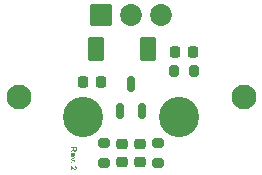
<source format=gbr>
%TF.GenerationSoftware,KiCad,Pcbnew,8.0.2-1*%
%TF.CreationDate,2024-08-24T16:11:16-07:00*%
%TF.ProjectId,HallSwitch,48616c6c-5377-4697-9463-682e6b696361,rev?*%
%TF.SameCoordinates,Original*%
%TF.FileFunction,Soldermask,Top*%
%TF.FilePolarity,Negative*%
%FSLAX46Y46*%
G04 Gerber Fmt 4.6, Leading zero omitted, Abs format (unit mm)*
G04 Created by KiCad (PCBNEW 8.0.2-1) date 2024-08-24 16:11:16*
%MOMM*%
%LPD*%
G01*
G04 APERTURE LIST*
G04 Aperture macros list*
%AMRoundRect*
0 Rectangle with rounded corners*
0 $1 Rounding radius*
0 $2 $3 $4 $5 $6 $7 $8 $9 X,Y pos of 4 corners*
0 Add a 4 corners polygon primitive as box body*
4,1,4,$2,$3,$4,$5,$6,$7,$8,$9,$2,$3,0*
0 Add four circle primitives for the rounded corners*
1,1,$1+$1,$2,$3*
1,1,$1+$1,$4,$5*
1,1,$1+$1,$6,$7*
1,1,$1+$1,$8,$9*
0 Add four rect primitives between the rounded corners*
20,1,$1+$1,$2,$3,$4,$5,0*
20,1,$1+$1,$4,$5,$6,$7,0*
20,1,$1+$1,$6,$7,$8,$9,0*
20,1,$1+$1,$8,$9,$2,$3,0*%
G04 Aperture macros list end*
%ADD10C,0.127000*%
%ADD11RoundRect,0.150000X0.150000X-0.512500X0.150000X0.512500X-0.150000X0.512500X-0.150000X-0.512500X0*%
%ADD12C,2.100000*%
%ADD13RoundRect,0.225000X0.225000X0.250000X-0.225000X0.250000X-0.225000X-0.250000X0.225000X-0.250000X0*%
%ADD14RoundRect,0.218750X0.256250X-0.218750X0.256250X0.218750X-0.256250X0.218750X-0.256250X-0.218750X0*%
%ADD15RoundRect,0.200000X-0.200000X-0.275000X0.200000X-0.275000X0.200000X0.275000X-0.200000X0.275000X0*%
%ADD16RoundRect,0.200000X0.275000X-0.200000X0.275000X0.200000X-0.275000X0.200000X-0.275000X-0.200000X0*%
%ADD17RoundRect,0.250000X-0.450000X-0.800000X0.450000X-0.800000X0.450000X0.800000X-0.450000X0.800000X0*%
%ADD18C,3.403600*%
%ADD19RoundRect,0.102000X-0.825000X-0.825000X0.825000X-0.825000X0.825000X0.825000X-0.825000X0.825000X0*%
%ADD20C,1.854000*%
G04 APERTURE END LIST*
D10*
G36*
X122395513Y-107711739D02*
G01*
X122395024Y-107740915D01*
X122393559Y-107766933D01*
X122390614Y-107793296D01*
X122385620Y-107818162D01*
X122381617Y-107830852D01*
X122369497Y-107854683D01*
X122352246Y-107874995D01*
X122332111Y-107890408D01*
X122308849Y-107902185D01*
X122283576Y-107909601D01*
X122256291Y-107912654D01*
X122250593Y-107912741D01*
X122222769Y-107910624D01*
X122197489Y-107904273D01*
X122174752Y-107893688D01*
X122154559Y-107878869D01*
X122137382Y-107859893D01*
X122123695Y-107836714D01*
X122114581Y-107812985D01*
X122108139Y-107786038D01*
X122106790Y-107777747D01*
X122092772Y-107799386D01*
X122076444Y-107819815D01*
X122063487Y-107832961D01*
X122043026Y-107849763D01*
X122022693Y-107864229D01*
X122001136Y-107878439D01*
X121979861Y-107891773D01*
X121879360Y-107954307D01*
X121879360Y-107830728D01*
X121992888Y-107756034D01*
X122013412Y-107741984D01*
X122036013Y-107726006D01*
X122056609Y-107710460D01*
X122066961Y-107701565D01*
X122082987Y-107681601D01*
X122086462Y-107674020D01*
X122181111Y-107674020D01*
X122181325Y-107699928D01*
X122182114Y-107725192D01*
X122184252Y-107752013D01*
X122187190Y-107766829D01*
X122199884Y-107788437D01*
X122208407Y-107795738D01*
X122232628Y-107805255D01*
X122246002Y-107806285D01*
X122271376Y-107801927D01*
X122286823Y-107792512D01*
X122301216Y-107772134D01*
X122306427Y-107753553D01*
X122307730Y-107728459D01*
X122308081Y-107703302D01*
X122308164Y-107678239D01*
X122308164Y-107597590D01*
X122181111Y-107597590D01*
X122181111Y-107674020D01*
X122086462Y-107674020D01*
X122088054Y-107670546D01*
X122092669Y-107646036D01*
X122093756Y-107620766D01*
X122093762Y-107618559D01*
X122093762Y-107597590D01*
X121879360Y-107597590D01*
X121879360Y-107494359D01*
X122395513Y-107494359D01*
X122395513Y-107711739D01*
G37*
G36*
X122091059Y-107979056D02*
G01*
X122117039Y-107982582D01*
X122145625Y-107989916D01*
X122171384Y-108000635D01*
X122194317Y-108014739D01*
X122208035Y-108026022D01*
X122225871Y-108044974D01*
X122240018Y-108065722D01*
X122250473Y-108088268D01*
X122257239Y-108112611D01*
X122260314Y-108138752D01*
X122260519Y-108147864D01*
X122259183Y-108172836D01*
X122254053Y-108200555D01*
X122245076Y-108225823D01*
X122232252Y-108248640D01*
X122215580Y-108269004D01*
X122205802Y-108278267D01*
X122183237Y-108294469D01*
X122156581Y-108307156D01*
X122131242Y-108315042D01*
X122103061Y-108320487D01*
X122072039Y-108323490D01*
X122045176Y-108324134D01*
X122038176Y-108324051D01*
X122038176Y-108226652D01*
X122101703Y-108226652D01*
X122126445Y-108224081D01*
X122150826Y-108215845D01*
X122166718Y-108204691D01*
X122181985Y-108184609D01*
X122188855Y-108159246D01*
X122189052Y-108153696D01*
X122184563Y-108127799D01*
X122171098Y-108106130D01*
X122165601Y-108100716D01*
X122143683Y-108087201D01*
X122118543Y-108080977D01*
X122101703Y-108080119D01*
X122101703Y-108226652D01*
X122038176Y-108226652D01*
X122038176Y-108078382D01*
X122011912Y-108081123D01*
X121987555Y-108089036D01*
X121967949Y-108102080D01*
X121951722Y-108122372D01*
X121943767Y-108146349D01*
X121942886Y-108158659D01*
X121946867Y-108183336D01*
X121954177Y-108197246D01*
X121973670Y-108213938D01*
X121990531Y-108221069D01*
X121974649Y-108318840D01*
X121950904Y-108308046D01*
X121927788Y-108292639D01*
X121908479Y-108273777D01*
X121897723Y-108259284D01*
X121885007Y-108234842D01*
X121877198Y-108210398D01*
X121872677Y-108183394D01*
X121871419Y-108157666D01*
X121872967Y-108128653D01*
X121877610Y-108102099D01*
X121885350Y-108078005D01*
X121898724Y-108052339D01*
X121916556Y-108030214D01*
X121934821Y-108014483D01*
X121958348Y-108000221D01*
X121984415Y-107989462D01*
X122008782Y-107983028D01*
X122035015Y-107979168D01*
X122063115Y-107977881D01*
X122091059Y-107979056D01*
G37*
G36*
X121879360Y-108503961D02*
G01*
X122252578Y-108354574D01*
X122252578Y-108457556D01*
X122062123Y-108527287D01*
X121998472Y-108547511D01*
X122022318Y-108555266D01*
X122030483Y-108557685D01*
X122054189Y-108565362D01*
X122062123Y-108568108D01*
X122252578Y-108638582D01*
X122252578Y-108739456D01*
X121879360Y-108592178D01*
X121879360Y-108503961D01*
G37*
G36*
X121879360Y-108744419D02*
G01*
X121974649Y-108744419D01*
X121974649Y-108842562D01*
X121879360Y-108842562D01*
X121879360Y-108744419D01*
G37*
G36*
X121974649Y-109449787D02*
G01*
X121879360Y-109449787D01*
X121879360Y-109105974D01*
X121904640Y-109110162D01*
X121929238Y-109117141D01*
X121953153Y-109126912D01*
X121976386Y-109139475D01*
X121997902Y-109154295D01*
X122018622Y-109171147D01*
X122037494Y-109188116D01*
X122057827Y-109207744D01*
X122079619Y-109230032D01*
X122098104Y-109249778D01*
X122116292Y-109269267D01*
X122135567Y-109289344D01*
X122154536Y-109308203D01*
X122173359Y-109325225D01*
X122181111Y-109331171D01*
X122203619Y-109343495D01*
X122227766Y-109350428D01*
X122240667Y-109351395D01*
X122266238Y-109348023D01*
X122288424Y-109335910D01*
X122290669Y-109333777D01*
X122304320Y-109311275D01*
X122308164Y-109285139D01*
X122304129Y-109259072D01*
X122290931Y-109237398D01*
X122289801Y-109236253D01*
X122267242Y-109222624D01*
X122241500Y-109216549D01*
X122228756Y-109215285D01*
X122238434Y-109117513D01*
X122263523Y-109121139D01*
X122290568Y-109127897D01*
X122314271Y-109137282D01*
X122337702Y-109151549D01*
X122356584Y-109169390D01*
X122358911Y-109172230D01*
X122373173Y-109193522D01*
X122383932Y-109217011D01*
X122391188Y-109242696D01*
X122394941Y-109270578D01*
X122395513Y-109287496D01*
X122394082Y-109314740D01*
X122389790Y-109339707D01*
X122381166Y-109365957D01*
X122368647Y-109389108D01*
X122354816Y-109406485D01*
X122336110Y-109423357D01*
X122312390Y-109437566D01*
X122286173Y-109446362D01*
X122261185Y-109449618D01*
X122253695Y-109449787D01*
X122228372Y-109448042D01*
X122203956Y-109442808D01*
X122188183Y-109437380D01*
X122164483Y-109426050D01*
X122141991Y-109412108D01*
X122123044Y-109398172D01*
X122103316Y-109380759D01*
X122084855Y-109362431D01*
X122065810Y-109342351D01*
X122058028Y-109333901D01*
X122040871Y-109315226D01*
X122022791Y-109295996D01*
X122004575Y-109277714D01*
X122001698Y-109275089D01*
X121982106Y-109259689D01*
X121974649Y-109254989D01*
X121974649Y-109449787D01*
G37*
D11*
%TO.C,U1*%
X126050000Y-104413900D03*
X127950000Y-104413900D03*
X127000000Y-102138900D03*
%TD*%
D12*
%TO.C,H2*%
X136525000Y-103276400D03*
%TD*%
D13*
%TO.C,C1*%
X124473000Y-102006400D03*
X122923000Y-102006400D03*
%TD*%
D12*
%TO.C,H1*%
X117475000Y-103276400D03*
%TD*%
D14*
%TO.C,D3*%
X127762000Y-108788300D03*
X127762000Y-107213300D03*
%TD*%
D15*
%TO.C,R1*%
X130645400Y-101092000D03*
X132295400Y-101092000D03*
%TD*%
D13*
%TO.C,C2*%
X132245400Y-99466400D03*
X130695400Y-99466400D03*
%TD*%
D16*
%TO.C,R3*%
X129286000Y-108825800D03*
X129286000Y-107175800D03*
%TD*%
%TO.C,R2*%
X124714000Y-108825800D03*
X124714000Y-107175800D03*
%TD*%
D14*
%TO.C,D2*%
X126238000Y-108788300D03*
X126238000Y-107213300D03*
%TD*%
D17*
%TO.C,D1*%
X123987200Y-99161600D03*
X128387200Y-99161600D03*
%TD*%
D18*
%TO.C,J1*%
X122936000Y-104927400D03*
X131064000Y-104927400D03*
D19*
X124460000Y-96291400D03*
D20*
X127000000Y-96291400D03*
X129540000Y-96291400D03*
%TD*%
M02*

</source>
